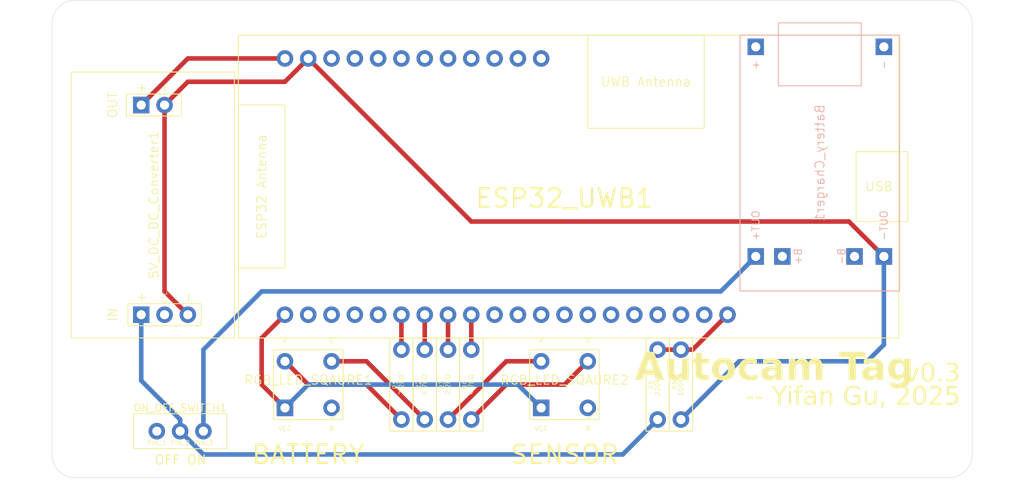
<source format=kicad_pcb>
(kicad_pcb (version 20241229) (generator "pcbnew") (generator_version "9.0")
  (title_block (title "Autocam Tag") (date "2025-03-18") (rev "v0.3"))
  (layers (0 "F.Cu" signal) (2 "B.Cu" signal) (13 "F.Paste" user) (15 "B.Paste" user) (5 "F.SilkS" user "F.Silkscreen") (7 "B.SilkS" user "B.Silkscreen") (1 "F.Mask" user) (3 "B.Mask" user) (25 "Edge.Cuts" user))
  (net 0 "")
  (net 1 "Net-(ESP32_UWB1-5V0)")
  (net 2 "Net-(5V_DC_DC_Converter1-+-Pad1)")
  (net 8 "Net-(ESP32_UWB1-3V3)")
  (net 9 "Net-(ESP32_UWB1-IO39)")
  (net 16 "Net-(ESP32_UWB1-IO12)")
  (net 17 "Net-(ESP32_UWB1-IO14)")
  (net 20 "Net-(ESP32_UWB1-IO13)")
  (net 38 "Net-(Battery_Charger1-OUT+)")
  (net 39 "Net-(Battery_Charger1-OUT-)")
  (net 40 "Net-(ESP32_UWB1-IO15)")
  (net 41 "Net-(RGB_LED_SQAURE1-R)")
  (net 42 "Net-(RGB_LED_SQAURE1-G)")
  (net 43 "Net-(RGB_LED_SQAURE2-R)")
  (net 44 "Net-(RGB_LED_SQAURE2-G)")
  (footprint "Autocam:Makersfab ESP32 UWB" (layer "F.Cu") (at 114.3 82.55)
    (property "Reference" "ESP32_UWB1" (at 35.56 17.78 0) (layer "F.SilkS") (effects (font (size 2 2) (thickness 0.25))))
    (property "Value" "~" (hide yes))
    (fp_rect (start 0 0) (end 72 33.02) (stroke (width 0.1)) (fill no) (layer "F.SilkS"))
    (fp_rect (start 0 7.62) (end 5.08 25.4) (stroke (width 0.1)) (fill no) (layer "F.SilkS"))
    (fp_rect (start 38.1 0) (end 50.8 10.16) (stroke (width 0.1)) (fill no) (layer "F.SilkS"))
    (fp_rect (start 67.36 12.7) (end 73 20.32) (stroke (width 0.1)) (fill no) (layer "F.SilkS"))
    (fp_text user "ESP32 Antenna" (at 2.54 16.51 90) (layer "F.SilkS") (effects (font (thickness 0.1))))
    (fp_text user "UWB Antenna" (at 44.45 5.08 0) (layer "F.SilkS") (effects (font (thickness 0.1))))
    (fp_text user "USB" (at 69.85 16.51 0) (layer "F.SilkS") (effects (font (thickness 0.1))))
    (pad "1" thru_hole circle (at 5.08 30.48) (size 1.8 1.8) (drill 1) (layers "*.Cu" "*.Mask") (net 8 "Net-(ESP32_UWB1-3V3)"))
    (pad "2" thru_hole circle (at 7.62 30.48) (size 1.8 1.8) (drill 1) (layers "*.Cu" "*.Mask"))
    (pad "3" thru_hole circle (at 10.16 30.48) (size 1.8 1.8) (drill 1) (layers "*.Cu" "*.Mask"))
    (pad "4" thru_hole circle (at 12.7 30.48) (size 1.8 1.8) (drill 1) (layers "*.Cu" "*.Mask"))
    (pad "5" thru_hole circle (at 15.24 30.48) (size 1.8 1.8) (drill 1) (layers "*.Cu" "*.Mask"))
    (pad "6" thru_hole circle (at 17.78 30.48) (size 1.8 1.8) (drill 1) (layers "*.Cu" "*.Mask") (net 16 "Net-(ESP32_UWB1-IO12)"))
    (pad "7" thru_hole circle (at 20.32 30.48) (size 1.8 1.8) (drill 1) (layers "*.Cu" "*.Mask") (net 20 "Net-(ESP32_UWB1-IO13)"))
    (pad "8" thru_hole circle (at 22.86 30.48) (size 1.8 1.8) (drill 1) (layers "*.Cu" "*.Mask") (net 17 "Net-(ESP32_UWB1-IO14)"))
    (pad "9" thru_hole circle (at 25.4 30.48) (size 1.8 1.8) (drill 1) (layers "*.Cu" "*.Mask") (net 40 "Net-(ESP32_UWB1-IO15)"))
    (pad "10" thru_hole circle (at 27.94 30.48) (size 1.8 1.8) (drill 1) (layers "*.Cu" "*.Mask"))
    (pad "11" thru_hole circle (at 30.48 30.48) (size 1.8 1.8) (drill 1) (layers "*.Cu" "*.Mask"))
    (pad "12" thru_hole circle (at 33.02 30.48) (size 1.8 1.8) (drill 1) (layers "*.Cu" "*.Mask"))
    (pad "13" thru_hole circle (at 35.56 30.48) (size 1.8 1.8) (drill 1) (layers "*.Cu" "*.Mask"))
    (pad "14" thru_hole circle (at 38.1 30.48) (size 1.8 1.8) (drill 1) (layers "*.Cu" "*.Mask"))
    (pad "15" thru_hole circle (at 40.64 30.48) (size 1.8 1.8) (drill 1) (layers "*.Cu" "*.Mask"))
    (pad "16" thru_hole circle (at 43.18 30.48) (size 1.8 1.8) (drill 1) (layers "*.Cu" "*.Mask"))
    (pad "17" thru_hole circle (at 45.72 30.48) (size 1.8 1.8) (drill 1) (layers "*.Cu" "*.Mask"))
    (pad "18" thru_hole circle (at 48.26 30.48) (size 1.8 1.8) (drill 1) (layers "*.Cu" "*.Mask"))
    (pad "19" thru_hole circle (at 50.8 30.48) (size 1.8 1.8) (drill 1) (layers "*.Cu" "*.Mask"))
    (pad "20" thru_hole circle (at 53.34 30.48) (size 1.8 1.8) (drill 1) (layers "*.Cu" "*.Mask") (net 9 "Net-(ESP32_UWB1-IO39)"))
    (pad "21" thru_hole circle (at 5.08 2.54) (size 1.8 1.8) (drill 1) (layers "*.Cu" "*.Mask") (net 1 "Net-(ESP32_UWB1-5V0)"))
    (pad "22" thru_hole circle (at 7.62 2.54) (size 1.8 1.8) (drill 1) (layers "*.Cu" "*.Mask") (net 39 "Net-(Battery_Charger1-OUT-)"))
    (pad "23" thru_hole circle (at 10.16 2.54) (size 1.8 1.8) (drill 1) (layers "*.Cu" "*.Mask"))
    (pad "24" thru_hole circle (at 12.7 2.54) (size 1.8 1.8) (drill 1) (layers "*.Cu" "*.Mask"))
    (pad "25" thru_hole circle (at 15.24 2.54) (size 1.8 1.8) (drill 1) (layers "*.Cu" "*.Mask"))
    (pad "26" thru_hole circle (at 17.78 2.54) (size 1.8 1.8) (drill 1) (layers "*.Cu" "*.Mask"))
    (pad "27" thru_hole circle (at 20.32 2.54) (size 1.8 1.8) (drill 1) (layers "*.Cu" "*.Mask"))
    (pad "28" thru_hole circle (at 22.86 2.54) (size 1.8 1.8) (drill 1) (layers "*.Cu" "*.Mask"))
    (pad "29" thru_hole circle (at 25.4 2.54) (size 1.8 1.8) (drill 1) (layers "*.Cu" "*.Mask"))
    (pad "30" thru_hole circle (at 27.94 2.54) (size 1.8 1.8) (drill 1) (layers "*.Cu" "*.Mask"))
    (pad "31" thru_hole circle (at 30.48 2.54) (size 1.8 1.8) (drill 1) (layers "*.Cu" "*.Mask"))
    (pad "32" thru_hole circle (at 33.02 2.54) (size 1.8 1.8) (drill 1) (layers "*.Cu" "*.Mask"))
  )
  (footprint "Autocam:5V DC-DC Step Up Converter (Rectangle)" (layer "F.Cu") (at 96.09 115.57 90)
    (property "Reference" "5V_DC_DC_Converter1" (at 14.5 9 90) (layer "F.SilkS") (effects (font (thickness 0.1))))
    (property "Value" "~")
    (fp_rect (start 0 0) (end 29 17.78) (stroke (width 0.1)) (fill no) (layer "F.SilkS"))
    (fp_rect (start 24.2 6) (end 26.6 12) (stroke (width 0.1)) (fill no) (layer "F.SilkS"))
    (fp_rect (start 1.34 6.16) (end 3.74 14.16) (stroke (width 0.1)) (fill no) (layer "F.SilkS"))
    (fp_text user "-" (at 27.94 10.16 90) (layer "F.SilkS") (effects (font (thickness 0.1)) (justify right)))
    (fp_text user "CTL" (at 5.08 10.16 90) (layer "F.SilkS") (effects (font (size 0.5 0.5) (thickness 0.0625)) (justify right)))
    (fp_text user "+" (at 5.08 7.62 90) (layer "F.SilkS") (effects (font (thickness 0.1)) (justify right)))
    (fp_text user "IN" (at 2.54 5.08 90) (layer "F.SilkS") (effects (font (thickness 0.1)) (justify bottom)))
    (fp_text user "+" (at 27.94 7.62 90) (layer "F.SilkS") (effects (font (thickness 0.1)) (justify right)))
    (fp_text user "OUT" (at 25.4 5.08 90) (layer "F.SilkS") (effects (font (thickness 0.1)) (justify bottom)))
    (fp_text user "-" (at 5.08 12.7 90) (layer "F.SilkS") (effects (font (thickness 0.1)) (justify right)))
    (pad "1" thru_hole rect (at 2.54 7.62 90) (size 1.8 1.8) (drill 1) (layers "*.Cu" "*.Mask") (net 2 "Net-(5V_DC_DC_Converter1-+-Pad1)"))
    (pad "2" thru_hole circle (at 2.54 10.16 90) (size 1.8 1.8) (drill 1) (layers "*.Cu" "*.Mask"))
    (pad "3" thru_hole circle (at 2.54 12.7 90) (size 1.8 1.8) (drill 1) (layers "*.Cu" "*.Mask") (net 39 "Net-(Battery_Charger1-OUT-)"))
    (pad "4" thru_hole rect (at 25.4 7.62 90) (size 1.8 1.8) (drill 1) (layers "*.Cu" "*.Mask") (net 1 "Net-(ESP32_UWB1-5V0)"))
    (pad "5" thru_hole circle (at 25.4 10.16 90) (size 1.8 1.8) (drill 1) (layers "*.Cu" "*.Mask") (net 39 "Net-(Battery_Charger1-OUT-)"))
  )
  (footprint "Autocam:Simple Resistor" (layer "F.Cu") (at 132.08 124.46 90)
    (property "Reference" "R1" (at 3.774036 -0.672769 90) (layer "F.SilkS") (effects (font (size 0.5 0.5) (thickness 0.0625))))
    (property "Value" "2.2KΩ" (at 3.81 0 90) (layer "F.SilkS") (effects (font (size 0.5 0.5) (thickness 0.0625))))
    (fp_rect (start -1.27 -1.27) (end 8.89 1.27) (stroke (width 0.1)) (fill no) (layer "F.SilkS"))
    (pad "1" thru_hole circle (at 0 0 90) (size 1.8 1.8) (drill 1) (layers "*.Cu" "*.Mask") (net 41 "Net-(RGB_LED_SQAURE1-R)"))
    (pad "2" thru_hole circle (at 7.62 0 90) (size 1.8 1.8) (drill 1) (layers "*.Cu" "*.Mask") (net 16 "Net-(ESP32_UWB1-IO12)"))
  )
  (footprint "MountingHole:MountingHole_2.2mm_M2" (layer "F.Cu") (at 190.5 127)
    (property "Reference" "REF**" (hide yes))
    (property "Value" "MountingHole_2.2mm_M2")
    (pad "" np_thru_hole circle (at 0 0) (size 2.2 2.2) (drill 2.2) (layers "*.Cu" "*.Mask"))
  )
  (footprint "Autocam:Anode RGB LED (Square)" (layer "F.Cu") (at 121.92 120.65)
    (property "Reference" "RGB_LED_SQAURE1" (at 0 -0.5 0) (layer "F.SilkS") (effects (font (thickness 0.1))))
    (property "Value" "BATTERY" (at 0 7.62 0) (layer "F.SilkS") (effects (font (size 2 2) (thickness 0.25))))
    (fp_line (start 2.54 3.8) (end 3.8 2.54) (stroke (width 0.1)) (layer "F.SilkS"))
    (fp_rect (start -3.8 -3.8) (end 3.8 3.8) (stroke (width 0.1)) (fill no) (layer "F.SilkS"))
    (fp_text user "R" (at -2.54 -5.08 0) (layer "F.SilkS") (effects (font (size 0.5 0.5) (thickness 0.0625)) (justify top)))
    (fp_text user "VCC" (at -2.54 5.08 0) (layer "F.SilkS") (effects (font (size 0.5 0.5) (thickness 0.0625)) (justify bottom)))
    (fp_text user "B" (at 2.54 5.08 0) (layer "F.SilkS") (effects (font (size 0.5 0.5) (thickness 0.0625)) (justify bottom)))
    (fp_text user "G" (at 2.54 -5.08 0) (layer "F.SilkS") (effects (font (size 0.5 0.5) (thickness 0.0625)) (justify top)))
    (pad "1" thru_hole rect (at -2.54 2.54) (size 1.8 1.8) (drill 1) (layers "*.Cu" "*.Mask") (net 8 "Net-(ESP32_UWB1-3V3)"))
    (pad "2" thru_hole circle (at -2.54 -2.54) (size 1.8 1.8) (drill 1) (layers "*.Cu" "*.Mask") (net 41 "Net-(RGB_LED_SQAURE1-R)"))
    (pad "3" thru_hole circle (at 2.54 -2.54) (size 1.8 1.8) (drill 1) (layers "*.Cu" "*.Mask") (net 42 "Net-(RGB_LED_SQAURE1-G)"))
    (pad "4" thru_hole circle (at 2.54 2.54) (size 1.8 1.8) (drill 1) (layers "*.Cu" "*.Mask"))
  )
  (footprint "Autocam:Anode RGB LED (Square)" (layer "F.Cu") (at 149.86 120.65)
    (property "Reference" "RGB_LED_SQAURE2" (at 0 -0.5 0) (layer "F.SilkS") (effects (font (thickness 0.1))))
    (property "Value" "SENSOR" (at 0 7.62 0) (layer "F.SilkS") (effects (font (size 2 2) (thickness 0.25))))
    (fp_line (start 2.54 3.8) (end 3.8 2.54) (stroke (width 0.1)) (layer "F.SilkS"))
    (fp_rect (start -3.8 -3.8) (end 3.8 3.8) (stroke (width 0.1)) (fill no) (layer "F.SilkS"))
    (fp_text user "G" (at 2.54 -5.08 0) (layer "F.SilkS") (effects (font (size 0.5 0.5) (thickness 0.0625)) (justify top)))
    (fp_text user "R" (at -2.54 -5.08 0) (layer "F.SilkS") (effects (font (size 0.5 0.5) (thickness 0.0625)) (justify top)))
    (fp_text user "VCC" (at -2.54 5.08 0) (layer "F.SilkS") (effects (font (size 0.5 0.5) (thickness 0.0625)) (justify bottom)))
    (fp_text user "B" (at 2.54 5.08 0) (layer "F.SilkS") (effects (font (size 0.5 0.5) (thickness 0.0625)) (justify bottom)))
    (pad "1" thru_hole rect (at -2.54 2.54) (size 1.8 1.8) (drill 1) (layers "*.Cu" "*.Mask") (net 8 "Net-(ESP32_UWB1-3V3)"))
    (pad "2" thru_hole circle (at -2.54 -2.54) (size 1.8 1.8) (drill 1) (layers "*.Cu" "*.Mask") (net 43 "Net-(RGB_LED_SQAURE2-R)"))
    (pad "3" thru_hole circle (at 2.54 -2.54) (size 1.8 1.8) (drill 1) (layers "*.Cu" "*.Mask") (net 44 "Net-(RGB_LED_SQAURE2-G)"))
    (pad "4" thru_hole circle (at 2.54 2.54) (size 1.8 1.8) (drill 1) (layers "*.Cu" "*.Mask"))
  )
  (footprint "Autocam:Simple Resistor" (layer "F.Cu") (at 134.62 124.46 90)
    (property "Reference" "R2" (at 3.774036 -0.672769 90) (layer "F.SilkS") (effects (font (size 0.5 0.5) (thickness 0.0625))))
    (property "Value" "4.7KΩ" (at 3.81 0 90) (layer "F.SilkS") (effects (font (size 0.5 0.5) (thickness 0.0625))))
    (fp_rect (start -1.27 -1.27) (end 8.89 1.27) (stroke (width 0.1)) (fill no) (layer "F.SilkS"))
    (pad "1" thru_hole circle (at 0 0 90) (size 1.8 1.8) (drill 1) (layers "*.Cu" "*.Mask") (net 42 "Net-(RGB_LED_SQAURE1-G)"))
    (pad "2" thru_hole circle (at 7.62 0 90) (size 1.8 1.8) (drill 1) (layers "*.Cu" "*.Mask") (net 20 "Net-(ESP32_UWB1-IO13)"))
  )
  (footprint "Autocam:Simple Resistor" (layer "F.Cu") (at 139.7 124.46 90)
    (property "Reference" "R4" (at 3.774036 -0.672769 90) (layer "F.SilkS") (effects (font (size 0.5 0.5) (thickness 0.0625))))
    (property "Value" "4.7KΩ" (at 3.81 0 90) (layer "F.SilkS") (effects (font (size 0.5 0.5) (thickness 0.0625))))
    (fp_rect (start -1.27 -1.27) (end 8.89 1.27) (stroke (width 0.1)) (fill no) (layer "F.SilkS"))
    (pad "1" thru_hole circle (at 0 0 90) (size 1.8 1.8) (drill 1) (layers "*.Cu" "*.Mask") (net 44 "Net-(RGB_LED_SQAURE2-G)"))
    (pad "2" thru_hole circle (at 7.62 0 90) (size 1.8 1.8) (drill 1) (layers "*.Cu" "*.Mask") (net 40 "Net-(ESP32_UWB1-IO15)"))
  )
  (footprint "Autocam:Simple Resistor" (layer "F.Cu") (at 137.16 124.46 90)
    (property "Reference" "R3" (at 3.774036 -0.672769 90) (layer "F.SilkS") (effects (font (size 0.5 0.5) (thickness 0.0625))))
    (property "Value" "2.2KΩ" (at 3.81 0 90) (layer "F.SilkS") (effects (font (size 0.5 0.5) (thickness 0.0625))))
    (fp_rect (start -1.27 -1.27) (end 8.89 1.27) (stroke (width 0.1)) (fill no) (layer "F.SilkS"))
    (pad "1" thru_hole circle (at 0 0 90) (size 1.8 1.8) (drill 1) (layers "*.Cu" "*.Mask") (net 43 "Net-(RGB_LED_SQAURE2-R)"))
    (pad "2" thru_hole circle (at 7.62 0 90) (size 1.8 1.8) (drill 1) (layers "*.Cu" "*.Mask") (net 17 "Net-(ESP32_UWB1-IO14)"))
  )
  (footprint "Autocam:Simple Resistor" (layer "F.Cu") (at 162.56 124.46 90)
    (property "Reference" "R6" (at 3.774036 -0.672769 90) (layer "F.SilkS") (effects (font (size 0.5 0.5) (thickness 0.0625))))
    (property "Value" "100KΩ" (at 3.81 0 90) (layer "F.SilkS") (effects (font (size 0.5 0.5) (thickness 0.0625))))
    (fp_rect (start -1.27 -1.27) (end 8.89 1.27) (stroke (width 0.1)) (fill no) (layer "F.SilkS"))
    (pad "1" thru_hole circle (at 0 0 90) (size 1.8 1.8) (drill 1) (layers "*.Cu" "*.Mask") (net 39 "Net-(Battery_Charger1-OUT-)"))
    (pad "2" thru_hole circle (at 7.62 0 90) (size 1.8 1.8) (drill 1) (layers "*.Cu" "*.Mask") (net 9 "Net-(ESP32_UWB1-IO39)"))
  )
  (footprint "Autocam:3-PIN Switch" (layer "F.Cu") (at 105.41 125.73)
    (property "Reference" "ON_OFF_SWITCH1" (at 2.54 -2.54 0) (layer "F.SilkS") (effects (font (size 0.8 0.8) (thickness 0.1))))
    (property "Value" "OFF ON" (at 2.58275 2.54 0) (layer "F.SilkS") (effects (font (thickness 0.125)) (justify top)))
    (fp_rect (start -2.54 -1.905) (end 7.62 1.905) (stroke (width 0.1)) (fill no) (layer "F.SilkS"))
    (fp_text user "PIN_3" (at 5.08 1.27 0) (layer "F.SilkS") (effects (font (size 0.5 0.5) (thickness 0.0625))))
    (fp_text user "PIN_2" (at 2.54 1.27 0) (layer "F.SilkS") (effects (font (size 0.5 0.5) (thickness 0.0625))))
    (fp_text user "PIN_1" (at 0 1.27 0) (layer "F.SilkS") (effects (font (size 0.5 0.5) (thickness 0.0625))))
    (pad "1" thru_hole circle (at 0 0) (size 1.8 1.8) (drill 1) (layers "*.Cu" "*.Mask"))
    (pad "2" thru_hole circle (at 2.54 0) (size 1.8 1.8) (drill 1) (layers "*.Cu" "*.Mask") (net 2 "Net-(5V_DC_DC_Converter1-+-Pad1)"))
    (pad "3" thru_hole circle (at 5.08 0) (size 1.8 1.8) (drill 1) (layers "*.Cu" "*.Mask") (net 38 "Net-(Battery_Charger1-OUT+)"))
  )
  (footprint "MountingHole:MountingHole_2.2mm_M2" (layer "F.Cu") (at 190.5 82.55)
    (property "Reference" "REF**" (hide yes))
    (property "Value" "MountingHole_2.2mm_M2")
    (pad "" np_thru_hole circle (at 0 0) (size 2.2 2.2) (drill 2.2) (layers "*.Cu" "*.Mask"))
  )
  (footprint "Autocam:Simple Resistor" (layer "F.Cu") (at 160.02 124.46 90)
    (property "Reference" "R5" (at 3.774036 -0.672769 90) (layer "F.SilkS") (effects (font (size 0.5 0.5) (thickness 0.0625))))
    (property "Value" "220KΩ" (at 3.81 0 90) (layer "F.SilkS") (effects (font (size 0.5 0.5) (thickness 0.0625))))
    (fp_rect (start -1.27 -1.27) (end 8.89 1.27) (stroke (width 0.1)) (fill no) (layer "F.SilkS"))
    (pad "1" thru_hole circle (at 0 0 90) (size 1.8 1.8) (drill 1) (layers "*.Cu" "*.Mask") (net 2 "Net-(5V_DC_DC_Converter1-+-Pad1)"))
    (pad "2" thru_hole circle (at 7.62 0 90) (size 1.8 1.8) (drill 1) (layers "*.Cu" "*.Mask") (net 9 "Net-(ESP32_UWB1-IO39)"))
  )
  (footprint "MountingHole:MountingHole_2.2mm_M2" (layer "F.Cu") (at 97.79 82.55)
    (property "Reference" "REF**" (hide yes))
    (property "Value" "MountingHole_2.2mm_M2")
    (pad "" np_thru_hole circle (at 0 0) (size 2.2 2.2) (drill 2.2) (layers "*.Cu" "*.Mask"))
  )
  (footprint "MountingHole:MountingHole_2.2mm_M2" (layer "F.Cu") (at 97.79 127)
    (property "Reference" "REF**" (hide yes))
    (property "Value" "MountingHole_2.2mm_M2")
    (pad "" np_thru_hole circle (at 0 0) (size 2.2 2.2) (drill 2.2) (layers "*.Cu" "*.Mask"))
  )
  (footprint "Autocam:USB-C 3.7V Lithium Battery Charger" (layer "B.Cu") (at 186.4 82.55 -90)
    (property "Reference" "Battery_Charger1" (at 13.95 8.7 90) (layer "B.SilkS") (effects (font (thickness 0.1)) (justify mirror)))
    (property "Value" "~")
    (fp_rect (start 0 17.4) (end 27.9 0) (stroke (width 0.1)) (fill no) (layer "B.SilkS"))
    (fp_rect (start -1.34 13.22) (end 5.52 4.18) (stroke (width 0.1)) (fill no) (layer "B.SilkS"))
    (fp_text user "B+" (at 24.13 10.605 90) (layer "B.SilkS") (effects (font (size 0.8 0.8) (thickness 0.1)) (justify bottom mirror)))
    (fp_text user "B-" (at 24.13 6.795 90) (layer "B.SilkS") (effects (font (size 0.8 0.8) (thickness 0.1)) (justify top mirror)))
    (fp_text user "+" (at 3.81 15.685 90) (layer "B.SilkS") (effects (font (size 0.8 0.8) (thickness 0.1)) (justify right mirror)))
    (fp_text user "OUT+" (at 19.05 15.685 90) (layer "B.SilkS") (effects (font (size 0.8 0.8) (thickness 0.1)) (justify left mirror)))
    (fp_text user "-" (at 3.81 1.715 90) (layer "B.SilkS") (effects (font (size 0.8 0.8) (thickness 0.1)) (justify right mirror)))
    (fp_text user "OUT-" (at 19.05 1.715 90) (layer "B.SilkS") (effects (font (size 0.8 0.8) (thickness 0.1)) (justify left mirror)))
    (pad "1" thru_hole rect (at 1.27 15.685 270) (size 1.8 1.8) (drill 1) (layers "*.Cu" "*.Mask"))
    (pad "2" thru_hole rect (at 1.27 1.715 270) (size 1.8 1.8) (drill 1) (layers "*.Cu" "*.Mask"))
    (pad "3" thru_hole rect (at 24.13 15.685 270) (size 1.8 1.8) (drill 1) (layers "*.Cu" "*.Mask") (net 38 "Net-(Battery_Charger1-OUT+)"))
    (pad "4" thru_hole rect (at 24.13 12.785 270) (size 1.8 1.8) (drill 1) (layers "*.Cu" "*.Mask"))
    (pad "5" thru_hole rect (at 24.13 4.915 270) (size 1.8 1.8) (drill 1) (layers "*.Cu" "*.Mask"))
    (pad "6" thru_hole rect (at 24.13 1.715 270) (size 1.8 1.8) (drill 1) (layers "*.Cu" "*.Mask") (net 39 "Net-(Battery_Charger1-OUT-)"))
  )
  (gr_arc (start 96.52 130.81) (mid 94.723949 130.066051) (end 93.98 128.27) (stroke (width 0.05)) (layer "Edge.Cuts"))
  (gr_arc (start 191.77 78.74) (mid 193.566051 79.483949) (end 194.31 81.28) (stroke (width 0.05)) (layer "Edge.Cuts"))
  (gr_line (start 96.52 78.74) (end 191.77 78.74) (stroke (width 0.05)) (layer "Edge.Cuts"))
  (gr_line (start 191.77 130.81) (end 96.52 130.81) (stroke (width 0.05)) (layer "Edge.Cuts"))
  (gr_line (start 93.98 128.27) (end 93.98 81.28) (stroke (width 0.05)) (layer "Edge.Cuts"))
  (gr_arc (start 93.98 81.28) (mid 94.723949 79.483949) (end 96.52 78.74) (stroke (width 0.05)) (layer "Edge.Cuts"))
  (gr_arc (start 194.31 128.27) (mid 193.566051 130.066051) (end 191.77 130.81) (stroke (width 0.05)) (layer "Edge.Cuts"))
  (gr_line (start 194.31 81.28) (end 194.31 128.27) (stroke (width 0.05)) (layer "Edge.Cuts"))
  (gr_text "v0.3" (at 193.04 120.65 0) (layer "F.SilkS") (effects (font (size 2 2) (thickness 0.1) (italic yes)) (justify right bottom)))
  (gr_text "Autocam Tag" (at 187.96 120.65 0) (layer "F.SilkS") (effects (font (size 3 3) (thickness 0.375) (bold yes) (italic yes)) (justify right bottom)))
  (gr_text "-- Yifan Gu, 2025" (at 193.04 123.19 0) (layer "F.SilkS") (effects (font (size 2 2) (thickness 0.1)) (justify right bottom)))
  (segment (start 108.79 85.09) (end 119.38 85.09) (width 0.5) (layer "F.Cu") (net 1))
  (segment (start 103.71 90.17) (end 108.79 85.09) (width 0.5) (layer "F.Cu") (net 1))
  (segment (start 110.49 128.27) (end 107.95 125.73) (width 0.5) (layer "B.Cu") (net 2))
  (segment (start 156.21 128.27) (end 110.49 128.27) (width 0.5) (layer "B.Cu") (net 2))
  (segment (start 103.71 120.22) (end 103.71 113.03) (width 0.5) (layer "B.Cu") (net 2))
  (segment (start 160.02 124.46) (end 156.21 128.27) (width 0.5) (layer "B.Cu") (net 2))
  (segment (start 107.95 124.46) (end 103.71 120.22) (width 0.5) (layer "B.Cu") (net 2))
  (segment (start 107.95 125.73) (end 107.95 124.46) (width 0.5) (layer "B.Cu") (net 2))
  (segment (start 116.84 120.65) (end 116.84 115.57) (width 0.5) (layer "F.Cu") (net 8))
  (segment (start 116.84 115.57) (end 119.38 113.03) (width 0.5) (layer "F.Cu") (net 8))
  (segment (start 119.38 123.19) (end 116.84 120.65) (width 0.5) (layer "F.Cu") (net 8))
  (segment (start 121.92 120.65) (end 119.38 123.19) (width 0.5) (layer "B.Cu") (net 8))
  (segment (start 144.78 120.65) (end 121.92 120.65) (width 0.5) (layer "B.Cu") (net 8))
  (segment (start 147.32 123.19) (end 144.78 120.65) (width 0.5) (layer "B.Cu") (net 8))
  (segment (start 162.56 116.84) (end 163.83 116.84) (width 0.5) (layer "F.Cu") (net 9))
  (segment (start 160.02 116.84) (end 162.56 116.84) (width 0.5) (layer "F.Cu") (net 9))
  (segment (start 163.83 116.84) (end 167.64 113.03) (width 0.5) (layer "F.Cu") (net 9))
  (segment (start 132.08 116.84) (end 132.08 113.03) (width 0.5) (layer "F.Cu") (net 16))
  (segment (start 136.55 113.03) (end 137.06 113.03) (width 0.3) (layer "F.Cu") (net 17))
  (segment (start 137.16 116.84) (end 137.16 113.03) (width 0.5) (layer "F.Cu") (net 17))
  (segment (start 134.62 113.03) (end 134.62 116.84) (width 0.5) (layer "F.Cu") (net 20))
  (segment (start 170.715 106.68) (end 166.905 110.49) (width 0.5) (layer "B.Cu") (net 38))
  (segment (start 166.905 110.49) (end 116.84 110.49) (width 0.5) (layer "B.Cu") (net 38))
  (segment (start 110.49 116.84) (end 110.49 125.73) (width 0.5) (layer "B.Cu") (net 38))
  (segment (start 116.84 110.49) (end 110.49 116.84) (width 0.5) (layer "B.Cu") (net 38))
  (segment (start 184.15 106.682792) (end 184.15 106.68) (width 0.3) (layer "F.Cu") (net 39))
  (segment (start 108.79 87.63) (end 119.38 87.63) (width 0.5) (layer "F.Cu") (net 39))
  (segment (start 106.25 110.49) (end 108.79 113.03) (width 0.5) (layer "F.Cu") (net 39))
  (segment (start 139.7 102.87) (end 180.875 102.87) (width 0.5) (layer "F.Cu") (net 39))
  (segment (start 119.38 87.63) (end 121.92 85.09) (width 0.5) (layer "F.Cu") (net 39))
  (segment (start 106.25 90.17) (end 106.25 110.49) (width 0.5) (layer "F.Cu") (net 39))
  (segment (start 139.7 102.87) (end 121.92 85.09) (width 0.5) (layer "F.Cu") (net 39))
  (segment (start 180.875 102.87) (end 184.685 106.68) (width 0.5) (layer "F.Cu") (net 39))
  (segment (start 106.25 90.17) (end 108.79 87.63) (width 0.5) (layer "F.Cu") (net 39))
  (segment (start 168.91 118.11) (end 162.56 124.46) (width 0.5) (layer "B.Cu") (net 39))
  (segment (start 182.88 118.11) (end 168.91 118.11) (width 0.5) (layer "B.Cu") (net 39))
  (segment (start 184.685 106.68) (end 184.685 116.305) (width 0.5) (layer "B.Cu") (net 39))
  (segment (start 184.685 116.305) (end 182.88 118.11) (width 0.5) (layer "B.Cu") (net 39))
  (segment (start 139.7 113.03) (end 139.7 116.84) (width 0.5) (layer "F.Cu") (net 40))
  (segment (start 121.92 120.65) (end 119.38 118.11) (width 0.5) (layer "F.Cu") (net 41))
  (segment (start 132.08 124.46) (end 128.27 120.65) (width 0.5) (layer "F.Cu") (net 41))
  (segment (start 128.27 120.65) (end 121.92 120.65) (width 0.5) (layer "F.Cu") (net 41))
  (segment (start 128.27 118.11) (end 124.46 118.11) (width 0.5) (layer "F.Cu") (net 42))
  (segment (start 134.62 124.46) (end 128.27 118.11) (width 0.5) (layer "F.Cu") (net 42))
  (segment (start 137.16 124.46) (end 143.51 118.11) (width 0.5) (layer "F.Cu") (net 43))
  (segment (start 143.51 118.11) (end 147.32 118.11) (width 0.5) (layer "F.Cu") (net 43))
  (segment (start 143.51 120.65) (end 149.86 120.65) (width 0.5) (layer "F.Cu") (net 44))
  (segment (start 149.86 120.65) (end 152.4 118.11) (width 0.5) (layer "F.Cu") (net 44))
  (segment (start 139.7 124.46) (end 143.51 120.65) (width 0.5) (layer "F.Cu") (net 44))
)
</source>
